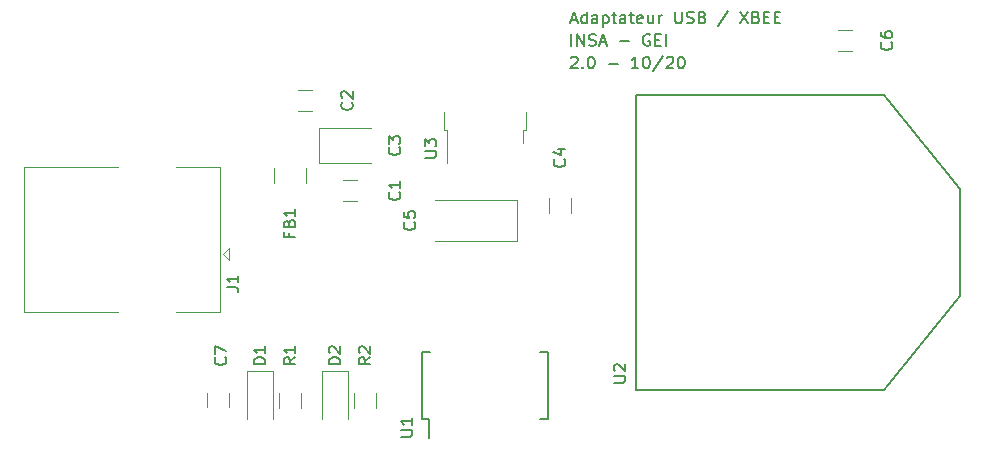
<source format=gbr>
G04 #@! TF.GenerationSoftware,KiCad,Pcbnew,5.1.5+dfsg1-2build2*
G04 #@! TF.CreationDate,2020-09-30T09:27:11+02:00*
G04 #@! TF.ProjectId,Adaptateur,41646170-7461-4746-9575-722e6b696361,rev?*
G04 #@! TF.SameCoordinates,Original*
G04 #@! TF.FileFunction,Legend,Top*
G04 #@! TF.FilePolarity,Positive*
%FSLAX46Y46*%
G04 Gerber Fmt 4.6, Leading zero omitted, Abs format (unit mm)*
G04 Created by KiCad (PCBNEW 5.1.5+dfsg1-2build2) date 2020-09-30 09:27:11*
%MOMM*%
%LPD*%
G04 APERTURE LIST*
%ADD10C,0.150000*%
%ADD11C,0.120000*%
%ADD12C,0.200000*%
G04 APERTURE END LIST*
D10*
X99022976Y-75352619D02*
X99070595Y-75305000D01*
X99165833Y-75257380D01*
X99403928Y-75257380D01*
X99499166Y-75305000D01*
X99546785Y-75352619D01*
X99594404Y-75447857D01*
X99594404Y-75543095D01*
X99546785Y-75685952D01*
X98975357Y-76257380D01*
X99594404Y-76257380D01*
X100022976Y-76162142D02*
X100070595Y-76209761D01*
X100022976Y-76257380D01*
X99975357Y-76209761D01*
X100022976Y-76162142D01*
X100022976Y-76257380D01*
X100689642Y-75257380D02*
X100784880Y-75257380D01*
X100880119Y-75305000D01*
X100927738Y-75352619D01*
X100975357Y-75447857D01*
X101022976Y-75638333D01*
X101022976Y-75876428D01*
X100975357Y-76066904D01*
X100927738Y-76162142D01*
X100880119Y-76209761D01*
X100784880Y-76257380D01*
X100689642Y-76257380D01*
X100594404Y-76209761D01*
X100546785Y-76162142D01*
X100499166Y-76066904D01*
X100451547Y-75876428D01*
X100451547Y-75638333D01*
X100499166Y-75447857D01*
X100546785Y-75352619D01*
X100594404Y-75305000D01*
X100689642Y-75257380D01*
X102213452Y-75876428D02*
X102975357Y-75876428D01*
X104737261Y-76257380D02*
X104165833Y-76257380D01*
X104451547Y-76257380D02*
X104451547Y-75257380D01*
X104356309Y-75400238D01*
X104261071Y-75495476D01*
X104165833Y-75543095D01*
X105356309Y-75257380D02*
X105451547Y-75257380D01*
X105546785Y-75305000D01*
X105594404Y-75352619D01*
X105642023Y-75447857D01*
X105689642Y-75638333D01*
X105689642Y-75876428D01*
X105642023Y-76066904D01*
X105594404Y-76162142D01*
X105546785Y-76209761D01*
X105451547Y-76257380D01*
X105356309Y-76257380D01*
X105261071Y-76209761D01*
X105213452Y-76162142D01*
X105165833Y-76066904D01*
X105118214Y-75876428D01*
X105118214Y-75638333D01*
X105165833Y-75447857D01*
X105213452Y-75352619D01*
X105261071Y-75305000D01*
X105356309Y-75257380D01*
X106832500Y-75209761D02*
X105975357Y-76495476D01*
X107118214Y-75352619D02*
X107165833Y-75305000D01*
X107261071Y-75257380D01*
X107499166Y-75257380D01*
X107594404Y-75305000D01*
X107642023Y-75352619D01*
X107689642Y-75447857D01*
X107689642Y-75543095D01*
X107642023Y-75685952D01*
X107070595Y-76257380D01*
X107689642Y-76257380D01*
X108308690Y-75257380D02*
X108403928Y-75257380D01*
X108499166Y-75305000D01*
X108546785Y-75352619D01*
X108594404Y-75447857D01*
X108642023Y-75638333D01*
X108642023Y-75876428D01*
X108594404Y-76066904D01*
X108546785Y-76162142D01*
X108499166Y-76209761D01*
X108403928Y-76257380D01*
X108308690Y-76257380D01*
X108213452Y-76209761D01*
X108165833Y-76162142D01*
X108118214Y-76066904D01*
X108070595Y-75876428D01*
X108070595Y-75638333D01*
X108118214Y-75447857D01*
X108165833Y-75352619D01*
X108213452Y-75305000D01*
X108308690Y-75257380D01*
X99070595Y-74352380D02*
X99070595Y-73352380D01*
X99546785Y-74352380D02*
X99546785Y-73352380D01*
X100118214Y-74352380D01*
X100118214Y-73352380D01*
X100546785Y-74304761D02*
X100689642Y-74352380D01*
X100927738Y-74352380D01*
X101022976Y-74304761D01*
X101070595Y-74257142D01*
X101118214Y-74161904D01*
X101118214Y-74066666D01*
X101070595Y-73971428D01*
X101022976Y-73923809D01*
X100927738Y-73876190D01*
X100737261Y-73828571D01*
X100642023Y-73780952D01*
X100594404Y-73733333D01*
X100546785Y-73638095D01*
X100546785Y-73542857D01*
X100594404Y-73447619D01*
X100642023Y-73400000D01*
X100737261Y-73352380D01*
X100975357Y-73352380D01*
X101118214Y-73400000D01*
X101499166Y-74066666D02*
X101975357Y-74066666D01*
X101403928Y-74352380D02*
X101737261Y-73352380D01*
X102070595Y-74352380D01*
X103165833Y-73971428D02*
X103927738Y-73971428D01*
X105689642Y-73400000D02*
X105594404Y-73352380D01*
X105451547Y-73352380D01*
X105308690Y-73400000D01*
X105213452Y-73495238D01*
X105165833Y-73590476D01*
X105118214Y-73780952D01*
X105118214Y-73923809D01*
X105165833Y-74114285D01*
X105213452Y-74209523D01*
X105308690Y-74304761D01*
X105451547Y-74352380D01*
X105546785Y-74352380D01*
X105689642Y-74304761D01*
X105737261Y-74257142D01*
X105737261Y-73923809D01*
X105546785Y-73923809D01*
X106165833Y-73828571D02*
X106499166Y-73828571D01*
X106642023Y-74352380D02*
X106165833Y-74352380D01*
X106165833Y-73352380D01*
X106642023Y-73352380D01*
X107070595Y-74352380D02*
X107070595Y-73352380D01*
X99022976Y-72161666D02*
X99499166Y-72161666D01*
X98927738Y-72447380D02*
X99261071Y-71447380D01*
X99594404Y-72447380D01*
X100356309Y-72447380D02*
X100356309Y-71447380D01*
X100356309Y-72399761D02*
X100261071Y-72447380D01*
X100070595Y-72447380D01*
X99975357Y-72399761D01*
X99927738Y-72352142D01*
X99880119Y-72256904D01*
X99880119Y-71971190D01*
X99927738Y-71875952D01*
X99975357Y-71828333D01*
X100070595Y-71780714D01*
X100261071Y-71780714D01*
X100356309Y-71828333D01*
X101261071Y-72447380D02*
X101261071Y-71923571D01*
X101213452Y-71828333D01*
X101118214Y-71780714D01*
X100927738Y-71780714D01*
X100832500Y-71828333D01*
X101261071Y-72399761D02*
X101165833Y-72447380D01*
X100927738Y-72447380D01*
X100832500Y-72399761D01*
X100784880Y-72304523D01*
X100784880Y-72209285D01*
X100832500Y-72114047D01*
X100927738Y-72066428D01*
X101165833Y-72066428D01*
X101261071Y-72018809D01*
X101737261Y-71780714D02*
X101737261Y-72780714D01*
X101737261Y-71828333D02*
X101832500Y-71780714D01*
X102022976Y-71780714D01*
X102118214Y-71828333D01*
X102165833Y-71875952D01*
X102213452Y-71971190D01*
X102213452Y-72256904D01*
X102165833Y-72352142D01*
X102118214Y-72399761D01*
X102022976Y-72447380D01*
X101832500Y-72447380D01*
X101737261Y-72399761D01*
X102499166Y-71780714D02*
X102880119Y-71780714D01*
X102642023Y-71447380D02*
X102642023Y-72304523D01*
X102689642Y-72399761D01*
X102784880Y-72447380D01*
X102880119Y-72447380D01*
X103642023Y-72447380D02*
X103642023Y-71923571D01*
X103594404Y-71828333D01*
X103499166Y-71780714D01*
X103308690Y-71780714D01*
X103213452Y-71828333D01*
X103642023Y-72399761D02*
X103546785Y-72447380D01*
X103308690Y-72447380D01*
X103213452Y-72399761D01*
X103165833Y-72304523D01*
X103165833Y-72209285D01*
X103213452Y-72114047D01*
X103308690Y-72066428D01*
X103546785Y-72066428D01*
X103642023Y-72018809D01*
X103975357Y-71780714D02*
X104356309Y-71780714D01*
X104118214Y-71447380D02*
X104118214Y-72304523D01*
X104165833Y-72399761D01*
X104261071Y-72447380D01*
X104356309Y-72447380D01*
X105070595Y-72399761D02*
X104975357Y-72447380D01*
X104784880Y-72447380D01*
X104689642Y-72399761D01*
X104642023Y-72304523D01*
X104642023Y-71923571D01*
X104689642Y-71828333D01*
X104784880Y-71780714D01*
X104975357Y-71780714D01*
X105070595Y-71828333D01*
X105118214Y-71923571D01*
X105118214Y-72018809D01*
X104642023Y-72114047D01*
X105975357Y-71780714D02*
X105975357Y-72447380D01*
X105546785Y-71780714D02*
X105546785Y-72304523D01*
X105594404Y-72399761D01*
X105689642Y-72447380D01*
X105832500Y-72447380D01*
X105927738Y-72399761D01*
X105975357Y-72352142D01*
X106451547Y-72447380D02*
X106451547Y-71780714D01*
X106451547Y-71971190D02*
X106499166Y-71875952D01*
X106546785Y-71828333D01*
X106642023Y-71780714D01*
X106737261Y-71780714D01*
X107832500Y-71447380D02*
X107832500Y-72256904D01*
X107880119Y-72352142D01*
X107927738Y-72399761D01*
X108022976Y-72447380D01*
X108213452Y-72447380D01*
X108308690Y-72399761D01*
X108356309Y-72352142D01*
X108403928Y-72256904D01*
X108403928Y-71447380D01*
X108832500Y-72399761D02*
X108975357Y-72447380D01*
X109213452Y-72447380D01*
X109308690Y-72399761D01*
X109356309Y-72352142D01*
X109403928Y-72256904D01*
X109403928Y-72161666D01*
X109356309Y-72066428D01*
X109308690Y-72018809D01*
X109213452Y-71971190D01*
X109022976Y-71923571D01*
X108927738Y-71875952D01*
X108880119Y-71828333D01*
X108832500Y-71733095D01*
X108832500Y-71637857D01*
X108880119Y-71542619D01*
X108927738Y-71495000D01*
X109022976Y-71447380D01*
X109261071Y-71447380D01*
X109403928Y-71495000D01*
X110165833Y-71923571D02*
X110308690Y-71971190D01*
X110356309Y-72018809D01*
X110403928Y-72114047D01*
X110403928Y-72256904D01*
X110356309Y-72352142D01*
X110308690Y-72399761D01*
X110213452Y-72447380D01*
X109832500Y-72447380D01*
X109832500Y-71447380D01*
X110165833Y-71447380D01*
X110261071Y-71495000D01*
X110308690Y-71542619D01*
X110356309Y-71637857D01*
X110356309Y-71733095D01*
X110308690Y-71828333D01*
X110261071Y-71875952D01*
X110165833Y-71923571D01*
X109832500Y-71923571D01*
X112308690Y-71399761D02*
X111451547Y-72685476D01*
X113308690Y-71447380D02*
X113975357Y-72447380D01*
X113975357Y-71447380D02*
X113308690Y-72447380D01*
X114689642Y-71923571D02*
X114832500Y-71971190D01*
X114880119Y-72018809D01*
X114927738Y-72114047D01*
X114927738Y-72256904D01*
X114880119Y-72352142D01*
X114832500Y-72399761D01*
X114737261Y-72447380D01*
X114356309Y-72447380D01*
X114356309Y-71447380D01*
X114689642Y-71447380D01*
X114784880Y-71495000D01*
X114832500Y-71542619D01*
X114880119Y-71637857D01*
X114880119Y-71733095D01*
X114832500Y-71828333D01*
X114784880Y-71875952D01*
X114689642Y-71923571D01*
X114356309Y-71923571D01*
X115356309Y-71923571D02*
X115689642Y-71923571D01*
X115832500Y-72447380D02*
X115356309Y-72447380D01*
X115356309Y-71447380D01*
X115832500Y-71447380D01*
X116261071Y-71923571D02*
X116594404Y-71923571D01*
X116737261Y-72447380D02*
X116261071Y-72447380D01*
X116261071Y-71447380D01*
X116737261Y-71447380D01*
D11*
X122832064Y-72990000D02*
X121627936Y-72990000D01*
X122832064Y-74810000D02*
X121627936Y-74810000D01*
X99010000Y-88472064D02*
X99010000Y-87267936D01*
X97190000Y-88472064D02*
X97190000Y-87267936D01*
X77685000Y-84300000D02*
X82070000Y-84300000D01*
X77685000Y-81280000D02*
X77685000Y-84300000D01*
X82070000Y-81280000D02*
X77685000Y-81280000D01*
X75907936Y-79890000D02*
X77112064Y-79890000D01*
X75907936Y-78070000D02*
X77112064Y-78070000D01*
X79717936Y-87510000D02*
X80922064Y-87510000D01*
X79717936Y-85690000D02*
X80922064Y-85690000D01*
X69350000Y-84640000D02*
X69350000Y-96860000D01*
X69350000Y-84640000D02*
X65600000Y-84640000D01*
X69350000Y-96860000D02*
X65600000Y-96860000D01*
X52730000Y-84640000D02*
X52730000Y-96860000D01*
X52730000Y-96860000D02*
X60700000Y-96860000D01*
X52730000Y-84640000D02*
X60700000Y-84640000D01*
X69550000Y-92000000D02*
X70050000Y-92500000D01*
X70050000Y-92500000D02*
X70050000Y-91500000D01*
X70050000Y-91500000D02*
X69550000Y-92000000D01*
D10*
X86425000Y-105985000D02*
X87000000Y-105985000D01*
X86425000Y-100235000D02*
X87075000Y-100235000D01*
X97075000Y-100235000D02*
X96425000Y-100235000D01*
X97075000Y-105985000D02*
X96425000Y-105985000D01*
X86425000Y-105985000D02*
X86425000Y-100235000D01*
X97075000Y-105985000D02*
X97075000Y-100235000D01*
X87000000Y-105985000D02*
X87000000Y-107585000D01*
D12*
X104500000Y-78500000D02*
X104500000Y-103500000D01*
X104500000Y-103500000D02*
X125500000Y-103500000D01*
X104500000Y-78500000D02*
X125500000Y-78500000D01*
X132000000Y-86500000D02*
X132000000Y-95500000D01*
X132000000Y-95500000D02*
X125500000Y-103500000D01*
X125500000Y-78500000D02*
X132000000Y-86500000D01*
D11*
X87480000Y-90850000D02*
X94415000Y-90850000D01*
X94415000Y-90850000D02*
X94415000Y-87430000D01*
X94415000Y-87430000D02*
X87480000Y-87430000D01*
X73835000Y-105980000D02*
X73835000Y-101920000D01*
X73835000Y-101920000D02*
X71565000Y-101920000D01*
X71565000Y-101920000D02*
X71565000Y-105980000D01*
X77915000Y-101920000D02*
X77915000Y-105980000D01*
X80185000Y-101920000D02*
X77915000Y-101920000D01*
X80185000Y-105980000D02*
X80185000Y-101920000D01*
X76600000Y-84727936D02*
X76600000Y-85932064D01*
X73880000Y-84727936D02*
X73880000Y-85932064D01*
X76150000Y-104982064D02*
X76150000Y-103777936D01*
X74330000Y-104982064D02*
X74330000Y-103777936D01*
X80680000Y-104982064D02*
X80680000Y-103777936D01*
X82500000Y-104982064D02*
X82500000Y-103777936D01*
X88300000Y-79950000D02*
X88300000Y-81450000D01*
X88300000Y-81450000D02*
X88570000Y-81450000D01*
X88570000Y-81450000D02*
X88570000Y-84280000D01*
X95200000Y-79950000D02*
X95200000Y-81450000D01*
X95200000Y-81450000D02*
X94930000Y-81450000D01*
X94930000Y-81450000D02*
X94930000Y-82550000D01*
X70054000Y-103741436D02*
X70054000Y-104945564D01*
X68234000Y-103741436D02*
X68234000Y-104945564D01*
D10*
X126143142Y-74066666D02*
X126190761Y-74114285D01*
X126238380Y-74257142D01*
X126238380Y-74352380D01*
X126190761Y-74495238D01*
X126095523Y-74590476D01*
X126000285Y-74638095D01*
X125809809Y-74685714D01*
X125666952Y-74685714D01*
X125476476Y-74638095D01*
X125381238Y-74590476D01*
X125286000Y-74495238D01*
X125238380Y-74352380D01*
X125238380Y-74257142D01*
X125286000Y-74114285D01*
X125333619Y-74066666D01*
X125238380Y-73209523D02*
X125238380Y-73400000D01*
X125286000Y-73495238D01*
X125333619Y-73542857D01*
X125476476Y-73638095D01*
X125666952Y-73685714D01*
X126047904Y-73685714D01*
X126143142Y-73638095D01*
X126190761Y-73590476D01*
X126238380Y-73495238D01*
X126238380Y-73304761D01*
X126190761Y-73209523D01*
X126143142Y-73161904D01*
X126047904Y-73114285D01*
X125809809Y-73114285D01*
X125714571Y-73161904D01*
X125666952Y-73209523D01*
X125619333Y-73304761D01*
X125619333Y-73495238D01*
X125666952Y-73590476D01*
X125714571Y-73638095D01*
X125809809Y-73685714D01*
X98457142Y-83972666D02*
X98504761Y-84020285D01*
X98552380Y-84163142D01*
X98552380Y-84258380D01*
X98504761Y-84401238D01*
X98409523Y-84496476D01*
X98314285Y-84544095D01*
X98123809Y-84591714D01*
X97980952Y-84591714D01*
X97790476Y-84544095D01*
X97695238Y-84496476D01*
X97600000Y-84401238D01*
X97552380Y-84258380D01*
X97552380Y-84163142D01*
X97600000Y-84020285D01*
X97647619Y-83972666D01*
X97885714Y-83115523D02*
X98552380Y-83115523D01*
X97504761Y-83353619D02*
X98219047Y-83591714D01*
X98219047Y-82972666D01*
X84487142Y-82956666D02*
X84534761Y-83004285D01*
X84582380Y-83147142D01*
X84582380Y-83242380D01*
X84534761Y-83385238D01*
X84439523Y-83480476D01*
X84344285Y-83528095D01*
X84153809Y-83575714D01*
X84010952Y-83575714D01*
X83820476Y-83528095D01*
X83725238Y-83480476D01*
X83630000Y-83385238D01*
X83582380Y-83242380D01*
X83582380Y-83147142D01*
X83630000Y-83004285D01*
X83677619Y-82956666D01*
X83582380Y-82623333D02*
X83582380Y-82004285D01*
X83963333Y-82337619D01*
X83963333Y-82194761D01*
X84010952Y-82099523D01*
X84058571Y-82051904D01*
X84153809Y-82004285D01*
X84391904Y-82004285D01*
X84487142Y-82051904D01*
X84534761Y-82099523D01*
X84582380Y-82194761D01*
X84582380Y-82480476D01*
X84534761Y-82575714D01*
X84487142Y-82623333D01*
X80459642Y-79146666D02*
X80507261Y-79194285D01*
X80554880Y-79337142D01*
X80554880Y-79432380D01*
X80507261Y-79575238D01*
X80412023Y-79670476D01*
X80316785Y-79718095D01*
X80126309Y-79765714D01*
X79983452Y-79765714D01*
X79792976Y-79718095D01*
X79697738Y-79670476D01*
X79602500Y-79575238D01*
X79554880Y-79432380D01*
X79554880Y-79337142D01*
X79602500Y-79194285D01*
X79650119Y-79146666D01*
X79650119Y-78765714D02*
X79602500Y-78718095D01*
X79554880Y-78622857D01*
X79554880Y-78384761D01*
X79602500Y-78289523D01*
X79650119Y-78241904D01*
X79745357Y-78194285D01*
X79840595Y-78194285D01*
X79983452Y-78241904D01*
X80554880Y-78813333D01*
X80554880Y-78194285D01*
X84487142Y-86766666D02*
X84534761Y-86814285D01*
X84582380Y-86957142D01*
X84582380Y-87052380D01*
X84534761Y-87195238D01*
X84439523Y-87290476D01*
X84344285Y-87338095D01*
X84153809Y-87385714D01*
X84010952Y-87385714D01*
X83820476Y-87338095D01*
X83725238Y-87290476D01*
X83630000Y-87195238D01*
X83582380Y-87052380D01*
X83582380Y-86957142D01*
X83630000Y-86814285D01*
X83677619Y-86766666D01*
X84582380Y-85814285D02*
X84582380Y-86385714D01*
X84582380Y-86100000D02*
X83582380Y-86100000D01*
X83725238Y-86195238D01*
X83820476Y-86290476D01*
X83868095Y-86385714D01*
X69866380Y-94807333D02*
X70580666Y-94807333D01*
X70723523Y-94854952D01*
X70818761Y-94950190D01*
X70866380Y-95093047D01*
X70866380Y-95188285D01*
X70866380Y-93807333D02*
X70866380Y-94378761D01*
X70866380Y-94093047D02*
X69866380Y-94093047D01*
X70009238Y-94188285D01*
X70104476Y-94283523D01*
X70152095Y-94378761D01*
X84598380Y-107427904D02*
X85407904Y-107427904D01*
X85503142Y-107380285D01*
X85550761Y-107332666D01*
X85598380Y-107237428D01*
X85598380Y-107046952D01*
X85550761Y-106951714D01*
X85503142Y-106904095D01*
X85407904Y-106856476D01*
X84598380Y-106856476D01*
X85598380Y-105856476D02*
X85598380Y-106427904D01*
X85598380Y-106142190D02*
X84598380Y-106142190D01*
X84741238Y-106237428D01*
X84836476Y-106332666D01*
X84884095Y-106427904D01*
X102632380Y-102855904D02*
X103441904Y-102855904D01*
X103537142Y-102808285D01*
X103584761Y-102760666D01*
X103632380Y-102665428D01*
X103632380Y-102474952D01*
X103584761Y-102379714D01*
X103537142Y-102332095D01*
X103441904Y-102284476D01*
X102632380Y-102284476D01*
X102727619Y-101855904D02*
X102680000Y-101808285D01*
X102632380Y-101713047D01*
X102632380Y-101474952D01*
X102680000Y-101379714D01*
X102727619Y-101332095D01*
X102822857Y-101284476D01*
X102918095Y-101284476D01*
X103060952Y-101332095D01*
X103632380Y-101903523D01*
X103632380Y-101284476D01*
X85757142Y-89306666D02*
X85804761Y-89354285D01*
X85852380Y-89497142D01*
X85852380Y-89592380D01*
X85804761Y-89735238D01*
X85709523Y-89830476D01*
X85614285Y-89878095D01*
X85423809Y-89925714D01*
X85280952Y-89925714D01*
X85090476Y-89878095D01*
X84995238Y-89830476D01*
X84900000Y-89735238D01*
X84852380Y-89592380D01*
X84852380Y-89497142D01*
X84900000Y-89354285D01*
X84947619Y-89306666D01*
X84852380Y-88401904D02*
X84852380Y-88878095D01*
X85328571Y-88925714D01*
X85280952Y-88878095D01*
X85233333Y-88782857D01*
X85233333Y-88544761D01*
X85280952Y-88449523D01*
X85328571Y-88401904D01*
X85423809Y-88354285D01*
X85661904Y-88354285D01*
X85757142Y-88401904D01*
X85804761Y-88449523D01*
X85852380Y-88544761D01*
X85852380Y-88782857D01*
X85804761Y-88878095D01*
X85757142Y-88925714D01*
X73152380Y-101308095D02*
X72152380Y-101308095D01*
X72152380Y-101070000D01*
X72200000Y-100927142D01*
X72295238Y-100831904D01*
X72390476Y-100784285D01*
X72580952Y-100736666D01*
X72723809Y-100736666D01*
X72914285Y-100784285D01*
X73009523Y-100831904D01*
X73104761Y-100927142D01*
X73152380Y-101070000D01*
X73152380Y-101308095D01*
X73152380Y-99784285D02*
X73152380Y-100355714D01*
X73152380Y-100070000D02*
X72152380Y-100070000D01*
X72295238Y-100165238D01*
X72390476Y-100260476D01*
X72438095Y-100355714D01*
X79502380Y-101308095D02*
X78502380Y-101308095D01*
X78502380Y-101070000D01*
X78550000Y-100927142D01*
X78645238Y-100831904D01*
X78740476Y-100784285D01*
X78930952Y-100736666D01*
X79073809Y-100736666D01*
X79264285Y-100784285D01*
X79359523Y-100831904D01*
X79454761Y-100927142D01*
X79502380Y-101070000D01*
X79502380Y-101308095D01*
X78597619Y-100355714D02*
X78550000Y-100308095D01*
X78502380Y-100212857D01*
X78502380Y-99974761D01*
X78550000Y-99879523D01*
X78597619Y-99831904D01*
X78692857Y-99784285D01*
X78788095Y-99784285D01*
X78930952Y-99831904D01*
X79502380Y-100403333D01*
X79502380Y-99784285D01*
X75168571Y-90227333D02*
X75168571Y-90560666D01*
X75692380Y-90560666D02*
X74692380Y-90560666D01*
X74692380Y-90084476D01*
X75168571Y-89370190D02*
X75216190Y-89227333D01*
X75263809Y-89179714D01*
X75359047Y-89132095D01*
X75501904Y-89132095D01*
X75597142Y-89179714D01*
X75644761Y-89227333D01*
X75692380Y-89322571D01*
X75692380Y-89703523D01*
X74692380Y-89703523D01*
X74692380Y-89370190D01*
X74740000Y-89274952D01*
X74787619Y-89227333D01*
X74882857Y-89179714D01*
X74978095Y-89179714D01*
X75073333Y-89227333D01*
X75120952Y-89274952D01*
X75168571Y-89370190D01*
X75168571Y-89703523D01*
X75692380Y-88179714D02*
X75692380Y-88751142D01*
X75692380Y-88465428D02*
X74692380Y-88465428D01*
X74835238Y-88560666D01*
X74930476Y-88655904D01*
X74978095Y-88751142D01*
X75692380Y-100736666D02*
X75216190Y-101070000D01*
X75692380Y-101308095D02*
X74692380Y-101308095D01*
X74692380Y-100927142D01*
X74740000Y-100831904D01*
X74787619Y-100784285D01*
X74882857Y-100736666D01*
X75025714Y-100736666D01*
X75120952Y-100784285D01*
X75168571Y-100831904D01*
X75216190Y-100927142D01*
X75216190Y-101308095D01*
X75692380Y-99784285D02*
X75692380Y-100355714D01*
X75692380Y-100070000D02*
X74692380Y-100070000D01*
X74835238Y-100165238D01*
X74930476Y-100260476D01*
X74978095Y-100355714D01*
X82042380Y-100736666D02*
X81566190Y-101070000D01*
X82042380Y-101308095D02*
X81042380Y-101308095D01*
X81042380Y-100927142D01*
X81090000Y-100831904D01*
X81137619Y-100784285D01*
X81232857Y-100736666D01*
X81375714Y-100736666D01*
X81470952Y-100784285D01*
X81518571Y-100831904D01*
X81566190Y-100927142D01*
X81566190Y-101308095D01*
X81137619Y-100355714D02*
X81090000Y-100308095D01*
X81042380Y-100212857D01*
X81042380Y-99974761D01*
X81090000Y-99879523D01*
X81137619Y-99831904D01*
X81232857Y-99784285D01*
X81328095Y-99784285D01*
X81470952Y-99831904D01*
X82042380Y-100403333D01*
X82042380Y-99784285D01*
X86630380Y-83805904D02*
X87439904Y-83805904D01*
X87535142Y-83758285D01*
X87582761Y-83710666D01*
X87630380Y-83615428D01*
X87630380Y-83424952D01*
X87582761Y-83329714D01*
X87535142Y-83282095D01*
X87439904Y-83234476D01*
X86630380Y-83234476D01*
X86630380Y-82853523D02*
X86630380Y-82234476D01*
X87011333Y-82567809D01*
X87011333Y-82424952D01*
X87058952Y-82329714D01*
X87106571Y-82282095D01*
X87201809Y-82234476D01*
X87439904Y-82234476D01*
X87535142Y-82282095D01*
X87582761Y-82329714D01*
X87630380Y-82424952D01*
X87630380Y-82710666D01*
X87582761Y-82805904D01*
X87535142Y-82853523D01*
X69755142Y-100736666D02*
X69802761Y-100784285D01*
X69850380Y-100927142D01*
X69850380Y-101022380D01*
X69802761Y-101165238D01*
X69707523Y-101260476D01*
X69612285Y-101308095D01*
X69421809Y-101355714D01*
X69278952Y-101355714D01*
X69088476Y-101308095D01*
X68993238Y-101260476D01*
X68898000Y-101165238D01*
X68850380Y-101022380D01*
X68850380Y-100927142D01*
X68898000Y-100784285D01*
X68945619Y-100736666D01*
X68850380Y-100403333D02*
X68850380Y-99736666D01*
X69850380Y-100165238D01*
M02*

</source>
